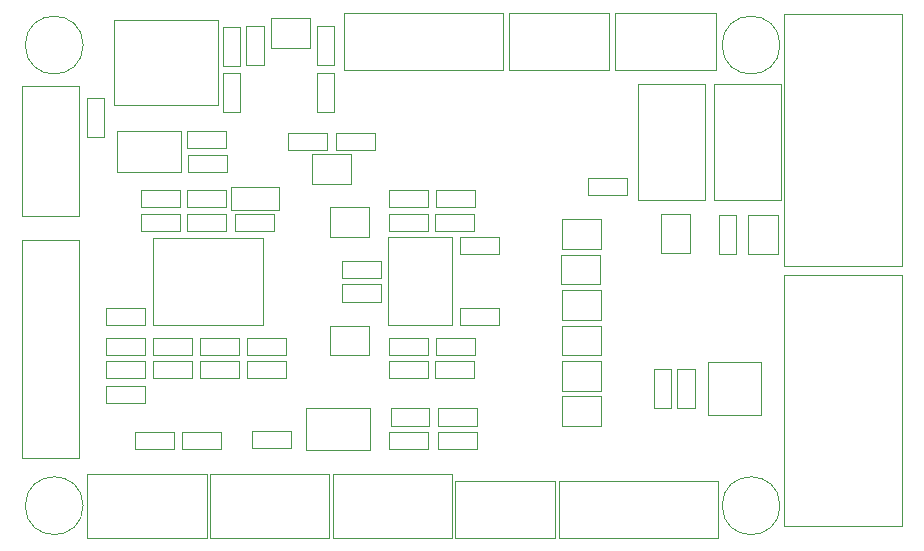
<source format=gbr>
G04 #@! TF.GenerationSoftware,KiCad,Pcbnew,6.0.0-rc1-unknown-179dfa0~84~ubuntu18.04.1*
G04 #@! TF.CreationDate,2019-04-16T21:03:25-07:00
G04 #@! TF.ProjectId,big_battery_v3,6269675f-6261-4747-9465-72795f76332e,rev?*
G04 #@! TF.SameCoordinates,Original*
G04 #@! TF.FileFunction,Other,User*
%FSLAX46Y46*%
G04 Gerber Fmt 4.6, Leading zero omitted, Abs format (unit mm)*
G04 Created by KiCad (PCBNEW 6.0.0-rc1-unknown-179dfa0~84~ubuntu18.04.1) date Tue 16 Apr 2019 09:03:25 PM PDT*
%MOMM*%
%LPD*%
G04 APERTURE LIST*
%ADD10C,0.050000*%
G04 APERTURE END LIST*
D10*
X22000000Y-16950000D02*
X22000000Y-15050000D01*
X22000000Y-15050000D02*
X18000000Y-15050000D01*
X18000000Y-16950000D02*
X18000000Y-15050000D01*
X22000000Y-16950000D02*
X18000000Y-16950000D01*
X58350000Y-29850000D02*
X58350000Y-34350000D01*
X58350000Y-34350000D02*
X62850000Y-34350000D01*
X62850000Y-34350000D02*
X62850000Y-29850000D01*
X62850000Y-29850000D02*
X58350000Y-29850000D01*
X7350000Y-31870000D02*
X10650000Y-31870000D01*
X7350000Y-33330000D02*
X7350000Y-31870000D01*
X10650000Y-33330000D02*
X7350000Y-33330000D01*
X10650000Y-31870000D02*
X10650000Y-33330000D01*
X36900000Y-39900000D02*
X36900000Y-44700000D01*
X36900000Y-44700000D02*
X45400000Y-44700000D01*
X45400000Y-44700000D02*
X45400000Y-39900000D01*
X45400000Y-39900000D02*
X36900000Y-39900000D01*
X51525000Y-14270000D02*
X51525000Y-15730000D01*
X51525000Y-15730000D02*
X48225000Y-15730000D01*
X48225000Y-15730000D02*
X48225000Y-14270000D01*
X48225000Y-14270000D02*
X51525000Y-14270000D01*
X64450000Y-42000000D02*
G75*
G03X64450000Y-42000000I-2450000J0D01*
G01*
X5450000Y-42000000D02*
G75*
G03X5450000Y-42000000I-2450000J0D01*
G01*
X64450000Y-3000000D02*
G75*
G03X64450000Y-3000000I-2450000J0D01*
G01*
X5450000Y-3000000D02*
G75*
G03X5450000Y-3000000I-2450000J0D01*
G01*
X50500000Y-5100000D02*
X59000000Y-5100000D01*
X50500000Y-300000D02*
X50500000Y-5100000D01*
X59000000Y-300000D02*
X50500000Y-300000D01*
X59000000Y-5100000D02*
X59000000Y-300000D01*
X50000000Y-5100000D02*
X50000000Y-300000D01*
X50000000Y-300000D02*
X41500000Y-300000D01*
X41500000Y-300000D02*
X41500000Y-5100000D01*
X41500000Y-5100000D02*
X50000000Y-5100000D01*
X49250000Y-23250000D02*
X45950000Y-23250000D01*
X49250000Y-23250000D02*
X49250000Y-20750000D01*
X45950000Y-20750000D02*
X45950000Y-23250000D01*
X45950000Y-20750000D02*
X49250000Y-20750000D01*
X46000000Y-17750000D02*
X49300000Y-17750000D01*
X46000000Y-17750000D02*
X46000000Y-20250000D01*
X49300000Y-20250000D02*
X49300000Y-17750000D01*
X49300000Y-20250000D02*
X46000000Y-20250000D01*
X64550000Y-16080000D02*
X64550000Y-6280000D01*
X58900000Y-16080000D02*
X64550000Y-16080000D01*
X58900000Y-6280000D02*
X58900000Y-16080000D01*
X64550000Y-6280000D02*
X58900000Y-6280000D01*
X52450000Y-16100000D02*
X58100000Y-16100000D01*
X58100000Y-16100000D02*
X58100000Y-6300000D01*
X58100000Y-6300000D02*
X52450000Y-6300000D01*
X52450000Y-6300000D02*
X52450000Y-16100000D01*
X59270000Y-17350000D02*
X60730000Y-17350000D01*
X60730000Y-17350000D02*
X60730000Y-20650000D01*
X60730000Y-20650000D02*
X59270000Y-20650000D01*
X59270000Y-20650000D02*
X59270000Y-17350000D01*
X35350000Y-15270000D02*
X38650000Y-15270000D01*
X35350000Y-16730000D02*
X35350000Y-15270000D01*
X38650000Y-16730000D02*
X35350000Y-16730000D01*
X38650000Y-15270000D02*
X38650000Y-16730000D01*
X57230000Y-33750000D02*
X55770000Y-33750000D01*
X55770000Y-33750000D02*
X55770000Y-30450000D01*
X55770000Y-30450000D02*
X57230000Y-30450000D01*
X57230000Y-30450000D02*
X57230000Y-33750000D01*
X27350000Y-21270000D02*
X30650000Y-21270000D01*
X27350000Y-22730000D02*
X27350000Y-21270000D01*
X30650000Y-22730000D02*
X27350000Y-22730000D01*
X30650000Y-21270000D02*
X30650000Y-22730000D01*
X38525000Y-29770000D02*
X38525000Y-31230000D01*
X38525000Y-31230000D02*
X35225000Y-31230000D01*
X35225000Y-31230000D02*
X35225000Y-29770000D01*
X35225000Y-29770000D02*
X38525000Y-29770000D01*
X5100000Y-6500000D02*
X300000Y-6500000D01*
X300000Y-6500000D02*
X300000Y-17500000D01*
X300000Y-17500000D02*
X5100000Y-17500000D01*
X5100000Y-17500000D02*
X5100000Y-6500000D01*
X59200000Y-39900000D02*
X45700000Y-39900000D01*
X59200000Y-44700000D02*
X59200000Y-39900000D01*
X45700000Y-44700000D02*
X59200000Y-44700000D01*
X45700000Y-39900000D02*
X45700000Y-44700000D01*
X41000000Y-5100000D02*
X41000000Y-300000D01*
X41000000Y-300000D02*
X27500000Y-300000D01*
X27500000Y-300000D02*
X27500000Y-5100000D01*
X27500000Y-5100000D02*
X41000000Y-5100000D01*
X5100000Y-19500000D02*
X300000Y-19500000D01*
X300000Y-19500000D02*
X300000Y-38000000D01*
X300000Y-38000000D02*
X5100000Y-38000000D01*
X5100000Y-38000000D02*
X5100000Y-19500000D01*
X64800000Y-43750000D02*
X64800000Y-22450000D01*
X74750000Y-43750000D02*
X64800000Y-43750000D01*
X74750000Y-22450000D02*
X74750000Y-43750000D01*
X64800000Y-22450000D02*
X74750000Y-22450000D01*
X64800000Y-410000D02*
X74750000Y-410000D01*
X74750000Y-410000D02*
X74750000Y-21710000D01*
X74750000Y-21710000D02*
X64800000Y-21710000D01*
X64800000Y-21710000D02*
X64800000Y-410000D01*
X53770000Y-33750000D02*
X53770000Y-30450000D01*
X55230000Y-33750000D02*
X53770000Y-33750000D01*
X55230000Y-30450000D02*
X55230000Y-33750000D01*
X53770000Y-30450000D02*
X55230000Y-30450000D01*
X38525000Y-17270000D02*
X38525000Y-18730000D01*
X38525000Y-18730000D02*
X35225000Y-18730000D01*
X35225000Y-18730000D02*
X35225000Y-17270000D01*
X35225000Y-17270000D02*
X38525000Y-17270000D01*
X30650000Y-24730000D02*
X27350000Y-24730000D01*
X30650000Y-23270000D02*
X30650000Y-24730000D01*
X27350000Y-23270000D02*
X30650000Y-23270000D01*
X27350000Y-24730000D02*
X27350000Y-23270000D01*
X35350000Y-27770000D02*
X38650000Y-27770000D01*
X35350000Y-29230000D02*
X35350000Y-27770000D01*
X38650000Y-29230000D02*
X35350000Y-29230000D01*
X38650000Y-27770000D02*
X38650000Y-29230000D01*
X26350000Y-16750000D02*
X29650000Y-16750000D01*
X26350000Y-16750000D02*
X26350000Y-19250000D01*
X29650000Y-19250000D02*
X29650000Y-16750000D01*
X29650000Y-19250000D02*
X26350000Y-19250000D01*
X24850000Y-12250000D02*
X28150000Y-12250000D01*
X24850000Y-12250000D02*
X24850000Y-14750000D01*
X28150000Y-14750000D02*
X28150000Y-12250000D01*
X28150000Y-14750000D02*
X24850000Y-14750000D01*
X26350000Y-26750000D02*
X29650000Y-26750000D01*
X26350000Y-26750000D02*
X26350000Y-29250000D01*
X29650000Y-29250000D02*
X29650000Y-26750000D01*
X29650000Y-29250000D02*
X26350000Y-29250000D01*
X56850000Y-17300000D02*
X56850000Y-20600000D01*
X56850000Y-17300000D02*
X54350000Y-17300000D01*
X54350000Y-20600000D02*
X56850000Y-20600000D01*
X54350000Y-20600000D02*
X54350000Y-17300000D01*
X49300000Y-26250000D02*
X46000000Y-26250000D01*
X49300000Y-26250000D02*
X49300000Y-23750000D01*
X46000000Y-23750000D02*
X46000000Y-26250000D01*
X46000000Y-23750000D02*
X49300000Y-23750000D01*
X46000000Y-32750000D02*
X49300000Y-32750000D01*
X46000000Y-32750000D02*
X46000000Y-35250000D01*
X49300000Y-35250000D02*
X49300000Y-32750000D01*
X49300000Y-35250000D02*
X46000000Y-35250000D01*
X49300000Y-32250000D02*
X46000000Y-32250000D01*
X49300000Y-32250000D02*
X49300000Y-29750000D01*
X46000000Y-29750000D02*
X46000000Y-32250000D01*
X46000000Y-29750000D02*
X49300000Y-29750000D01*
X46000000Y-26750000D02*
X49300000Y-26750000D01*
X46000000Y-26750000D02*
X46000000Y-29250000D01*
X49300000Y-29250000D02*
X49300000Y-26750000D01*
X49300000Y-29250000D02*
X46000000Y-29250000D01*
X24650000Y-3250000D02*
X21350000Y-3250000D01*
X24650000Y-3250000D02*
X24650000Y-750000D01*
X21350000Y-750000D02*
X21350000Y-3250000D01*
X21350000Y-750000D02*
X24650000Y-750000D01*
X64250000Y-17350000D02*
X64250000Y-20650000D01*
X64250000Y-17350000D02*
X61750000Y-17350000D01*
X61750000Y-20650000D02*
X64250000Y-20650000D01*
X61750000Y-20650000D02*
X61750000Y-17350000D01*
X26828725Y-10462153D02*
X30128725Y-10462153D01*
X26828725Y-11922153D02*
X26828725Y-10462153D01*
X30128725Y-11922153D02*
X26828725Y-11922153D01*
X30128725Y-10462153D02*
X30128725Y-11922153D01*
X26730000Y-8650000D02*
X25270000Y-8650000D01*
X25270000Y-8650000D02*
X25270000Y-5350000D01*
X25270000Y-5350000D02*
X26730000Y-5350000D01*
X26730000Y-5350000D02*
X26730000Y-8650000D01*
X31300000Y-26730000D02*
X36700000Y-26730000D01*
X31300000Y-19270000D02*
X36700000Y-19270000D01*
X31300000Y-26730000D02*
X31300000Y-19270000D01*
X36700000Y-26730000D02*
X36700000Y-19270000D01*
X13700000Y-13750000D02*
X8300000Y-13750000D01*
X8300000Y-13750000D02*
X8300000Y-10250000D01*
X8300000Y-10250000D02*
X13700000Y-10250000D01*
X13700000Y-10250000D02*
X13700000Y-13750000D01*
X26580000Y-39300000D02*
X26580000Y-44700000D01*
X26580000Y-44700000D02*
X36680000Y-44700000D01*
X36680000Y-44700000D02*
X36680000Y-39300000D01*
X36680000Y-39300000D02*
X26580000Y-39300000D01*
X15900000Y-39300000D02*
X5800000Y-39300000D01*
X15900000Y-44700000D02*
X15900000Y-39300000D01*
X5800000Y-44700000D02*
X15900000Y-44700000D01*
X5800000Y-39300000D02*
X5800000Y-44700000D01*
X16180000Y-39300000D02*
X16180000Y-44700000D01*
X16180000Y-44700000D02*
X26280000Y-44700000D01*
X26280000Y-44700000D02*
X26280000Y-39300000D01*
X26280000Y-39300000D02*
X16180000Y-39300000D01*
X25270000Y-1350000D02*
X26730000Y-1350000D01*
X26730000Y-1350000D02*
X26730000Y-4650000D01*
X26730000Y-4650000D02*
X25270000Y-4650000D01*
X25270000Y-4650000D02*
X25270000Y-1350000D01*
X17650000Y-13730000D02*
X14350000Y-13730000D01*
X17650000Y-12270000D02*
X17650000Y-13730000D01*
X14350000Y-12270000D02*
X17650000Y-12270000D01*
X14350000Y-13730000D02*
X14350000Y-12270000D01*
X13650000Y-15270000D02*
X13650000Y-16730000D01*
X13650000Y-16730000D02*
X10350000Y-16730000D01*
X10350000Y-16730000D02*
X10350000Y-15270000D01*
X10350000Y-15270000D02*
X13650000Y-15270000D01*
X31350000Y-29770000D02*
X34650000Y-29770000D01*
X31350000Y-31230000D02*
X31350000Y-29770000D01*
X34650000Y-31230000D02*
X31350000Y-31230000D01*
X34650000Y-29770000D02*
X34650000Y-31230000D01*
X34650000Y-27770000D02*
X34650000Y-29230000D01*
X34650000Y-29230000D02*
X31350000Y-29230000D01*
X31350000Y-29230000D02*
X31350000Y-27770000D01*
X31350000Y-27770000D02*
X34650000Y-27770000D01*
X37350000Y-19270000D02*
X40650000Y-19270000D01*
X37350000Y-20730000D02*
X37350000Y-19270000D01*
X40650000Y-20730000D02*
X37350000Y-20730000D01*
X40650000Y-19270000D02*
X40650000Y-20730000D01*
X22828725Y-11922153D02*
X22828725Y-10462153D01*
X22828725Y-10462153D02*
X26128725Y-10462153D01*
X26128725Y-10462153D02*
X26128725Y-11922153D01*
X26128725Y-11922153D02*
X22828725Y-11922153D01*
X31350000Y-15270000D02*
X34650000Y-15270000D01*
X31350000Y-16730000D02*
X31350000Y-15270000D01*
X34650000Y-16730000D02*
X31350000Y-16730000D01*
X34650000Y-15270000D02*
X34650000Y-16730000D01*
X34650000Y-17270000D02*
X34650000Y-18730000D01*
X34650000Y-18730000D02*
X31350000Y-18730000D01*
X31350000Y-18730000D02*
X31350000Y-17270000D01*
X31350000Y-17270000D02*
X34650000Y-17270000D01*
X17525000Y-11730000D02*
X14225000Y-11730000D01*
X17525000Y-10270000D02*
X17525000Y-11730000D01*
X14225000Y-10270000D02*
X17525000Y-10270000D01*
X14225000Y-11730000D02*
X14225000Y-10270000D01*
X40650000Y-25270000D02*
X40650000Y-26730000D01*
X40650000Y-26730000D02*
X37350000Y-26730000D01*
X37350000Y-26730000D02*
X37350000Y-25270000D01*
X37350000Y-25270000D02*
X40650000Y-25270000D01*
X14225000Y-18730000D02*
X14225000Y-17270000D01*
X14225000Y-17270000D02*
X17525000Y-17270000D01*
X17525000Y-17270000D02*
X17525000Y-18730000D01*
X17525000Y-18730000D02*
X14225000Y-18730000D01*
X5770000Y-10775000D02*
X5770000Y-7475000D01*
X7230000Y-10775000D02*
X5770000Y-10775000D01*
X7230000Y-7475000D02*
X7230000Y-10775000D01*
X5770000Y-7475000D02*
X7230000Y-7475000D01*
X11350000Y-29230000D02*
X11350000Y-27770000D01*
X11350000Y-27770000D02*
X14650000Y-27770000D01*
X14650000Y-27770000D02*
X14650000Y-29230000D01*
X14650000Y-29230000D02*
X11350000Y-29230000D01*
X18650000Y-29230000D02*
X15350000Y-29230000D01*
X18650000Y-27770000D02*
X18650000Y-29230000D01*
X15350000Y-27770000D02*
X18650000Y-27770000D01*
X15350000Y-29230000D02*
X15350000Y-27770000D01*
X17270000Y-5350000D02*
X18730000Y-5350000D01*
X18730000Y-5350000D02*
X18730000Y-8650000D01*
X18730000Y-8650000D02*
X17270000Y-8650000D01*
X17270000Y-8650000D02*
X17270000Y-5350000D01*
X19350000Y-29770000D02*
X22650000Y-29770000D01*
X19350000Y-31230000D02*
X19350000Y-29770000D01*
X22650000Y-31230000D02*
X19350000Y-31230000D01*
X22650000Y-29770000D02*
X22650000Y-31230000D01*
X18350000Y-18730000D02*
X18350000Y-17270000D01*
X18350000Y-17270000D02*
X21650000Y-17270000D01*
X21650000Y-17270000D02*
X21650000Y-18730000D01*
X21650000Y-18730000D02*
X18350000Y-18730000D01*
X18650000Y-29770000D02*
X18650000Y-31230000D01*
X18650000Y-31230000D02*
X15350000Y-31230000D01*
X15350000Y-31230000D02*
X15350000Y-29770000D01*
X15350000Y-29770000D02*
X18650000Y-29770000D01*
X11350000Y-26700000D02*
X20650000Y-26700000D01*
X11350000Y-19300000D02*
X20650000Y-19300000D01*
X11350000Y-26700000D02*
X11350000Y-19300000D01*
X20650000Y-26700000D02*
X20650000Y-19300000D01*
X16900000Y-900000D02*
X8100000Y-900000D01*
X16900000Y-8100000D02*
X16900000Y-900000D01*
X8100000Y-8100000D02*
X16900000Y-8100000D01*
X8100000Y-900000D02*
X8100000Y-8100000D01*
X29700000Y-37250000D02*
X24300000Y-37250000D01*
X24300000Y-37250000D02*
X24300000Y-33750000D01*
X24300000Y-33750000D02*
X29700000Y-33750000D01*
X29700000Y-33750000D02*
X29700000Y-37250000D01*
X18730000Y-4775000D02*
X17270000Y-4775000D01*
X17270000Y-4775000D02*
X17270000Y-1475000D01*
X17270000Y-1475000D02*
X18730000Y-1475000D01*
X18730000Y-1475000D02*
X18730000Y-4775000D01*
X34775000Y-33770000D02*
X34775000Y-35230000D01*
X34775000Y-35230000D02*
X31475000Y-35230000D01*
X31475000Y-35230000D02*
X31475000Y-33770000D01*
X31475000Y-33770000D02*
X34775000Y-33770000D01*
X10650000Y-31230000D02*
X7350000Y-31230000D01*
X10650000Y-29770000D02*
X10650000Y-31230000D01*
X7350000Y-29770000D02*
X10650000Y-29770000D01*
X7350000Y-31230000D02*
X7350000Y-29770000D01*
X10650000Y-27770000D02*
X10650000Y-29230000D01*
X10650000Y-29230000D02*
X7350000Y-29230000D01*
X7350000Y-29230000D02*
X7350000Y-27770000D01*
X7350000Y-27770000D02*
X10650000Y-27770000D01*
X7350000Y-25270000D02*
X10650000Y-25270000D01*
X7350000Y-26730000D02*
X7350000Y-25270000D01*
X10650000Y-26730000D02*
X7350000Y-26730000D01*
X10650000Y-25270000D02*
X10650000Y-26730000D01*
X17525000Y-15270000D02*
X17525000Y-16730000D01*
X17525000Y-16730000D02*
X14225000Y-16730000D01*
X14225000Y-16730000D02*
X14225000Y-15270000D01*
X14225000Y-15270000D02*
X17525000Y-15270000D01*
X10350000Y-17270000D02*
X13650000Y-17270000D01*
X10350000Y-18730000D02*
X10350000Y-17270000D01*
X13650000Y-18730000D02*
X10350000Y-18730000D01*
X13650000Y-17270000D02*
X13650000Y-18730000D01*
X20730000Y-4650000D02*
X19270000Y-4650000D01*
X19270000Y-4650000D02*
X19270000Y-1350000D01*
X19270000Y-1350000D02*
X20730000Y-1350000D01*
X20730000Y-1350000D02*
X20730000Y-4650000D01*
X31350000Y-35770000D02*
X34650000Y-35770000D01*
X31350000Y-37230000D02*
X31350000Y-35770000D01*
X34650000Y-37230000D02*
X31350000Y-37230000D01*
X34650000Y-35770000D02*
X34650000Y-37230000D01*
X23050000Y-35670000D02*
X23050000Y-37130000D01*
X23050000Y-37130000D02*
X19750000Y-37130000D01*
X19750000Y-37130000D02*
X19750000Y-35670000D01*
X19750000Y-35670000D02*
X23050000Y-35670000D01*
X13850000Y-35770000D02*
X17150000Y-35770000D01*
X13850000Y-37230000D02*
X13850000Y-35770000D01*
X17150000Y-37230000D02*
X13850000Y-37230000D01*
X17150000Y-35770000D02*
X17150000Y-37230000D01*
X13150000Y-35770000D02*
X13150000Y-37230000D01*
X13150000Y-37230000D02*
X9850000Y-37230000D01*
X9850000Y-37230000D02*
X9850000Y-35770000D01*
X9850000Y-35770000D02*
X13150000Y-35770000D01*
X22650000Y-27770000D02*
X22650000Y-29230000D01*
X22650000Y-29230000D02*
X19350000Y-29230000D01*
X19350000Y-29230000D02*
X19350000Y-27770000D01*
X19350000Y-27770000D02*
X22650000Y-27770000D01*
X38775000Y-33770000D02*
X38775000Y-35230000D01*
X38775000Y-35230000D02*
X35475000Y-35230000D01*
X35475000Y-35230000D02*
X35475000Y-33770000D01*
X35475000Y-33770000D02*
X38775000Y-33770000D01*
X38775000Y-37230000D02*
X35475000Y-37230000D01*
X38775000Y-35770000D02*
X38775000Y-37230000D01*
X35475000Y-35770000D02*
X38775000Y-35770000D01*
X35475000Y-37230000D02*
X35475000Y-35770000D01*
X14650000Y-29770000D02*
X14650000Y-31230000D01*
X14650000Y-31230000D02*
X11350000Y-31230000D01*
X11350000Y-31230000D02*
X11350000Y-29770000D01*
X11350000Y-29770000D02*
X14650000Y-29770000D01*
M02*

</source>
